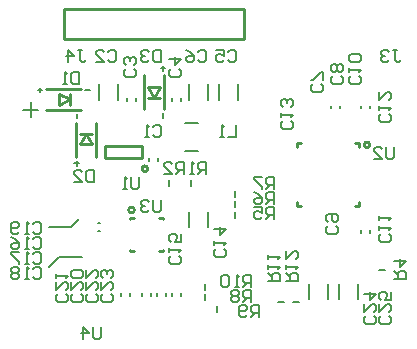
<source format=gbo>
G04 Layer_Color=32896*
%FSLAX25Y25*%
%MOIN*%
G70*
G01*
G75*
%ADD16C,0.00500*%
%ADD17C,0.01000*%
%ADD47C,0.00787*%
%ADD48C,0.00800*%
%ADD78C,0.00984*%
D16*
X122126Y209862D02*
Y211437D01*
X121339Y210650D02*
X122913D01*
X137087D02*
X138661D01*
X162362Y217874D02*
X163937D01*
X163150Y217087D02*
Y218661D01*
Y201339D02*
Y202913D01*
X133563Y186221D02*
X135138D01*
X134350Y185433D02*
Y187008D01*
Y201181D02*
Y202756D01*
D17*
X156102Y188031D02*
Y191969D01*
X143898Y188031D02*
Y191969D01*
Y188031D02*
X156102D01*
X143898Y191969D02*
X156102D01*
X128425Y209469D02*
X131968Y207500D01*
X128425Y205532D02*
X131968Y207500D01*
X128425Y205532D02*
Y209469D01*
X124291Y210846D02*
X135709D01*
X124291Y204153D02*
X135709D01*
X131968Y205532D02*
Y209469D01*
X227189Y172067D02*
X228559D01*
Y173437D01*
X207693Y172067D02*
X209063D01*
X207693D02*
Y173437D01*
Y191563D02*
Y192933D01*
X209063D01*
X227189D02*
X228559D01*
Y191563D02*
Y192933D01*
X151988Y168091D02*
X153358D01*
X151988Y167705D02*
Y168091D01*
Y157067D02*
Y157453D01*
Y157067D02*
X153358D01*
X161642D02*
X163012D01*
Y157453D01*
X161642Y168091D02*
X163012D01*
Y167705D02*
Y168091D01*
X130000Y237500D02*
X190000D01*
Y227500D02*
Y237500D01*
X130000Y227500D02*
X190000D01*
X130000D02*
Y237500D01*
X160000Y208032D02*
X161969Y211575D01*
X158031D02*
X160000Y208032D01*
X158031Y211575D02*
X161969D01*
X163347Y204291D02*
Y215709D01*
X156653Y204291D02*
Y215709D01*
X158031Y208032D02*
X161969D01*
X135531Y192520D02*
X137500Y196063D01*
X139469Y192520D01*
X135531D02*
X139469D01*
X134153Y188386D02*
Y199803D01*
X140847Y188386D02*
Y199803D01*
X135531Y196063D02*
X139469D01*
D47*
X177000Y140500D02*
Y142500D01*
X170335Y190197D02*
X174665D01*
X170335Y199803D02*
X174665D01*
X218051Y140941D02*
Y146059D01*
X211949Y140941D02*
Y146059D01*
X158976Y142106D02*
Y142894D01*
X156024Y142106D02*
Y142894D01*
X235000Y150500D02*
X237000D01*
X165000Y178500D02*
Y180500D01*
X172500Y178500D02*
Y180500D01*
X187000Y175000D02*
Y177000D01*
Y171500D02*
Y173500D01*
Y168000D02*
Y170000D01*
X206500Y140000D02*
X208500D01*
X201500D02*
X203500D01*
X177000Y144000D02*
Y146000D01*
X181130Y136500D02*
Y138500D01*
X178051Y207441D02*
Y212559D01*
X171949Y207441D02*
Y212559D01*
X188051Y207441D02*
Y212559D01*
X181949Y207441D02*
Y212559D01*
X166024Y207106D02*
Y207894D01*
X168976Y207106D02*
Y207894D01*
X151024Y207106D02*
Y207894D01*
X153976Y207106D02*
Y207894D01*
X148051Y207441D02*
Y212559D01*
X141949Y207441D02*
Y212559D01*
X158524Y187106D02*
Y187894D01*
X161476Y187106D02*
Y187894D01*
X141457Y163524D02*
X142244D01*
X141457Y166476D02*
X142244D01*
X171949Y164941D02*
Y170059D01*
X178051Y164941D02*
Y170059D01*
X229150Y204606D02*
Y205394D01*
X232102Y204606D02*
Y205394D01*
X231976Y163106D02*
Y163894D01*
X229024Y163106D02*
Y163894D01*
X219150Y204606D02*
Y205394D01*
X222102Y204606D02*
Y205394D01*
X228051Y140941D02*
Y146059D01*
X221949Y140941D02*
Y146059D01*
X166024Y142106D02*
Y142894D01*
X168976Y142106D02*
Y142894D01*
X161024Y142106D02*
Y142894D01*
X163976Y142106D02*
Y142894D01*
X151976Y142106D02*
Y142894D01*
X149024Y142106D02*
Y142894D01*
D48*
X128500Y155000D02*
X136000D01*
X125000Y151500D02*
X128500Y155000D01*
X132500Y165000D02*
X135000Y167500D01*
X125000Y165000D02*
X132500D01*
X119000Y201500D02*
Y206500D01*
X116500Y204000D02*
X121500D01*
X239834Y223999D02*
X241167D01*
X240501D01*
Y220666D01*
X241167Y220000D01*
X241834D01*
X242500Y220666D01*
X238501Y223332D02*
X237835Y223999D01*
X236502D01*
X235836Y223332D01*
Y222666D01*
X236502Y221999D01*
X237168D01*
X236502D01*
X235836Y221333D01*
Y220666D01*
X236502Y220000D01*
X237835D01*
X238501Y220666D01*
X155000Y181499D02*
Y178166D01*
X154333Y177500D01*
X153001D01*
X152334Y178166D01*
Y181499D01*
X151001Y177500D02*
X149668D01*
X150335D01*
Y181499D01*
X151001Y180832D01*
X135000Y216499D02*
Y212500D01*
X133001D01*
X132334Y213166D01*
Y215832D01*
X133001Y216499D01*
X135000D01*
X131001Y212500D02*
X129668D01*
X130335D01*
Y216499D01*
X131001Y215832D01*
X192500Y140000D02*
Y143999D01*
X190501D01*
X189834Y143332D01*
Y141999D01*
X190501Y141333D01*
X192500D01*
X191167D02*
X189834Y140000D01*
X188501Y143332D02*
X187835Y143999D01*
X186502D01*
X185836Y143332D01*
Y142666D01*
X186502Y141999D01*
X185836Y141333D01*
Y140666D01*
X186502Y140000D01*
X187835D01*
X188501Y140666D01*
Y141333D01*
X187835Y141999D01*
X188501Y142666D01*
Y143332D01*
X187835Y141999D02*
X186502D01*
X240000Y191499D02*
Y188166D01*
X239334Y187500D01*
X238001D01*
X237334Y188166D01*
Y191499D01*
X233335Y187500D02*
X236001D01*
X233335Y190166D01*
Y190832D01*
X234002Y191499D01*
X235335D01*
X236001Y190832D01*
X162500Y173999D02*
Y170667D01*
X161834Y170000D01*
X160501D01*
X159834Y170667D01*
Y173999D01*
X158501Y173332D02*
X157835Y173999D01*
X156502D01*
X155835Y173332D01*
Y172666D01*
X156502Y171999D01*
X157168D01*
X156502D01*
X155835Y171333D01*
Y170667D01*
X156502Y170000D01*
X157835D01*
X158501Y170667D01*
X187500Y198999D02*
Y195000D01*
X184834D01*
X183501D02*
X182168D01*
X182835D01*
Y198999D01*
X183501Y198332D01*
X142500Y131499D02*
Y128166D01*
X141833Y127500D01*
X140501D01*
X139834Y128166D01*
Y131499D01*
X136502Y127500D02*
Y131499D01*
X138501Y129499D01*
X135836D01*
X134834Y223999D02*
X136167D01*
X135501D01*
Y220666D01*
X136167Y220000D01*
X136834D01*
X137500Y220666D01*
X131502Y220000D02*
Y223999D01*
X133501Y221999D01*
X130835D01*
X233332Y135166D02*
X233999Y134499D01*
Y133167D01*
X233332Y132500D01*
X230666D01*
X230000Y133167D01*
Y134499D01*
X230666Y135166D01*
X230000Y139164D02*
Y136499D01*
X232666Y139164D01*
X233332D01*
X233999Y138498D01*
Y137165D01*
X233332Y136499D01*
X230000Y142497D02*
X233999D01*
X231999Y140497D01*
Y143163D01*
X135832Y142666D02*
X136499Y141999D01*
Y140666D01*
X135832Y140000D01*
X133167D01*
X132500Y140666D01*
Y141999D01*
X133167Y142666D01*
X132500Y146665D02*
Y143999D01*
X135166Y146665D01*
X135832D01*
X136499Y145998D01*
Y144665D01*
X135832Y143999D01*
Y147997D02*
X136499Y148664D01*
Y149997D01*
X135832Y150663D01*
X133167D01*
X132500Y149997D01*
Y148664D01*
X133167Y147997D01*
X135832D01*
X215832Y212666D02*
X216499Y211999D01*
Y210666D01*
X215832Y210000D01*
X213166D01*
X212500Y210666D01*
Y211999D01*
X213166Y212666D01*
X216499Y213999D02*
Y216665D01*
X215832D01*
X213166Y213999D01*
X212500D01*
X240000Y147500D02*
X243999D01*
Y149499D01*
X243332Y150166D01*
X241999D01*
X241333Y149499D01*
Y147500D01*
Y148833D02*
X240000Y150166D01*
Y153498D02*
X243999D01*
X241999Y151499D01*
Y154165D01*
X170000Y182500D02*
Y186499D01*
X168001D01*
X167334Y185832D01*
Y184499D01*
X168001Y183833D01*
X170000D01*
X168667D02*
X167334Y182500D01*
X163336D02*
X166001D01*
X163336Y185166D01*
Y185832D01*
X164002Y186499D01*
X165335D01*
X166001Y185832D01*
X177500Y182500D02*
Y186499D01*
X175501D01*
X174834Y185832D01*
Y184499D01*
X175501Y183833D01*
X177500D01*
X176167D02*
X174834Y182500D01*
X173501D02*
X172168D01*
X172835D01*
Y186499D01*
X173501Y185832D01*
X200000Y177500D02*
Y181499D01*
X198001D01*
X197334Y180832D01*
Y179499D01*
X198001Y178833D01*
X200000D01*
X198667D02*
X197334Y177500D01*
X196001Y181499D02*
X193335D01*
Y180832D01*
X196001Y178166D01*
Y177500D01*
X200000Y172500D02*
Y176499D01*
X198001D01*
X197334Y175832D01*
Y174499D01*
X198001Y173833D01*
X200000D01*
X198667D02*
X197334Y172500D01*
X193335Y176499D02*
X194668Y175832D01*
X196001Y174499D01*
Y173167D01*
X195335Y172500D01*
X194002D01*
X193335Y173167D01*
Y173833D01*
X194002Y174499D01*
X196001D01*
X200000Y167500D02*
Y171499D01*
X198001D01*
X197334Y170832D01*
Y169499D01*
X198001Y168833D01*
X200000D01*
X198667D02*
X197334Y167500D01*
X193335Y171499D02*
X196001D01*
Y169499D01*
X194668Y170166D01*
X194002D01*
X193335Y169499D01*
Y168166D01*
X194002Y167500D01*
X195335D01*
X196001Y168166D01*
X204000Y147000D02*
X207999D01*
Y148999D01*
X207332Y149666D01*
X205999D01*
X205333Y148999D01*
Y147000D01*
Y148333D02*
X204000Y149666D01*
Y150999D02*
Y152332D01*
Y151665D01*
X207999D01*
X207332Y150999D01*
X204000Y156997D02*
Y154331D01*
X206666Y156997D01*
X207332D01*
X207999Y156330D01*
Y154997D01*
X207332Y154331D01*
X198000Y147000D02*
X201999D01*
Y148999D01*
X201332Y149666D01*
X199999D01*
X199333Y148999D01*
Y147000D01*
Y148333D02*
X198000Y149666D01*
Y150999D02*
Y152332D01*
Y151665D01*
X201999D01*
X201332Y150999D01*
X198000Y154331D02*
Y155664D01*
Y154997D01*
X201999D01*
X201332Y154331D01*
X192500Y145000D02*
Y148999D01*
X190501D01*
X189834Y148332D01*
Y146999D01*
X190501Y146333D01*
X192500D01*
X191167D02*
X189834Y145000D01*
X188501D02*
X187168D01*
X187835D01*
Y148999D01*
X188501Y148332D01*
X185169D02*
X184503Y148999D01*
X183170D01*
X182503Y148332D01*
Y145667D01*
X183170Y145000D01*
X184503D01*
X185169Y145667D01*
Y148332D01*
X195000Y135000D02*
Y138999D01*
X193001D01*
X192334Y138332D01*
Y136999D01*
X193001Y136333D01*
X195000D01*
X193667D02*
X192334Y135000D01*
X191001Y135667D02*
X190335Y135000D01*
X189002D01*
X188336Y135667D01*
Y138332D01*
X189002Y138999D01*
X190335D01*
X191001Y138332D01*
Y137666D01*
X190335Y136999D01*
X188336D01*
X162500Y223999D02*
Y220000D01*
X160501D01*
X159834Y220666D01*
Y223332D01*
X160501Y223999D01*
X162500D01*
X158501Y223332D02*
X157835Y223999D01*
X156502D01*
X155835Y223332D01*
Y222666D01*
X156502Y221999D01*
X157168D01*
X156502D01*
X155835Y221333D01*
Y220666D01*
X156502Y220000D01*
X157835D01*
X158501Y220666D01*
X140000Y183999D02*
Y180000D01*
X138001D01*
X137334Y180666D01*
Y183332D01*
X138001Y183999D01*
X140000D01*
X133335Y180000D02*
X136001D01*
X133335Y182666D01*
Y183332D01*
X134002Y183999D01*
X135335D01*
X136001Y183332D01*
X205832Y200166D02*
X206499Y199499D01*
Y198167D01*
X205832Y197500D01*
X203167D01*
X202500Y198167D01*
Y199499D01*
X203167Y200166D01*
X202500Y201499D02*
Y202832D01*
Y202165D01*
X206499D01*
X205832Y201499D01*
Y204831D02*
X206499Y205497D01*
Y206830D01*
X205832Y207497D01*
X205166D01*
X204499Y206830D01*
Y206164D01*
Y206830D01*
X203833Y207497D01*
X203167D01*
X202500Y206830D01*
Y205497D01*
X203167Y204831D01*
X174834Y223332D02*
X175501Y223999D01*
X176833D01*
X177500Y223332D01*
Y220666D01*
X176833Y220000D01*
X175501D01*
X174834Y220666D01*
X170835Y223999D02*
X172168Y223332D01*
X173501Y221999D01*
Y220666D01*
X172835Y220000D01*
X171502D01*
X170835Y220666D01*
Y221333D01*
X171502Y221999D01*
X173501D01*
X184834Y223332D02*
X185501Y223999D01*
X186834D01*
X187500Y223332D01*
Y220666D01*
X186834Y220000D01*
X185501D01*
X184834Y220666D01*
X180835Y223999D02*
X183501D01*
Y221999D01*
X182168Y222666D01*
X181502D01*
X180835Y221999D01*
Y220666D01*
X181502Y220000D01*
X182835D01*
X183501Y220666D01*
X168332Y217666D02*
X168999Y216999D01*
Y215666D01*
X168332Y215000D01*
X165666D01*
X165000Y215666D01*
Y216999D01*
X165666Y217666D01*
X165000Y220998D02*
X168999D01*
X166999Y218999D01*
Y221665D01*
X153332Y217666D02*
X153999Y216999D01*
Y215666D01*
X153332Y215000D01*
X150666D01*
X150000Y215666D01*
Y216999D01*
X150666Y217666D01*
X153332Y218999D02*
X153999Y219665D01*
Y220998D01*
X153332Y221665D01*
X152666D01*
X151999Y220998D01*
Y220332D01*
Y220998D01*
X151333Y221665D01*
X150666D01*
X150000Y220998D01*
Y219665D01*
X150666Y218999D01*
X144834Y223332D02*
X145501Y223999D01*
X146834D01*
X147500Y223332D01*
Y220666D01*
X146834Y220000D01*
X145501D01*
X144834Y220666D01*
X140835Y220000D02*
X143501D01*
X140835Y222666D01*
Y223332D01*
X141502Y223999D01*
X142835D01*
X143501Y223332D01*
X159834Y198332D02*
X160501Y198999D01*
X161834D01*
X162500Y198332D01*
Y195667D01*
X161834Y195000D01*
X160501D01*
X159834Y195667D01*
X158501Y195000D02*
X157168D01*
X157835D01*
Y198999D01*
X158501Y198332D01*
X119834Y165832D02*
X120501Y166499D01*
X121834D01*
X122500Y165832D01*
Y163166D01*
X121834Y162500D01*
X120501D01*
X119834Y163166D01*
X118501Y162500D02*
X117168D01*
X117835D01*
Y166499D01*
X118501Y165832D01*
X115169Y163166D02*
X114503Y162500D01*
X113170D01*
X112503Y163166D01*
Y165832D01*
X113170Y166499D01*
X114503D01*
X115169Y165832D01*
Y165166D01*
X114503Y164499D01*
X112503D01*
X119834Y150832D02*
X120501Y151499D01*
X121834D01*
X122500Y150832D01*
Y148167D01*
X121834Y147500D01*
X120501D01*
X119834Y148167D01*
X118501Y147500D02*
X117168D01*
X117835D01*
Y151499D01*
X118501Y150832D01*
X115169D02*
X114503Y151499D01*
X113170D01*
X112503Y150832D01*
Y150166D01*
X113170Y149499D01*
X112503Y148833D01*
Y148167D01*
X113170Y147500D01*
X114503D01*
X115169Y148167D01*
Y148833D01*
X114503Y149499D01*
X115169Y150166D01*
Y150832D01*
X114503Y149499D02*
X113170D01*
X119834Y155832D02*
X120501Y156499D01*
X121834D01*
X122500Y155832D01*
Y153166D01*
X121834Y152500D01*
X120501D01*
X119834Y153166D01*
X118501Y152500D02*
X117168D01*
X117835D01*
Y156499D01*
X118501Y155832D01*
X115169Y156499D02*
X112503D01*
Y155832D01*
X115169Y153166D01*
Y152500D01*
X119834Y160832D02*
X120501Y161499D01*
X121834D01*
X122500Y160832D01*
Y158167D01*
X121834Y157500D01*
X120501D01*
X119834Y158167D01*
X118501Y157500D02*
X117168D01*
X117835D01*
Y161499D01*
X118501Y160832D01*
X112503Y161499D02*
X113836Y160832D01*
X115169Y159499D01*
Y158167D01*
X114503Y157500D01*
X113170D01*
X112503Y158167D01*
Y158833D01*
X113170Y159499D01*
X115169D01*
X168332Y155166D02*
X168999Y154499D01*
Y153166D01*
X168332Y152500D01*
X165666D01*
X165000Y153166D01*
Y154499D01*
X165666Y155166D01*
X165000Y156499D02*
Y157832D01*
Y157165D01*
X168999D01*
X168332Y156499D01*
X168999Y162497D02*
Y159831D01*
X166999D01*
X167666Y161164D01*
Y161830D01*
X166999Y162497D01*
X165666D01*
X165000Y161830D01*
Y160497D01*
X165666Y159831D01*
X183332Y157666D02*
X183999Y156999D01*
Y155666D01*
X183332Y155000D01*
X180666D01*
X180000Y155666D01*
Y156999D01*
X180666Y157666D01*
X180000Y158999D02*
Y160332D01*
Y159665D01*
X183999D01*
X183332Y158999D01*
X180000Y164330D02*
X183999D01*
X181999Y162331D01*
Y164997D01*
X238332Y202666D02*
X238999Y201999D01*
Y200666D01*
X238332Y200000D01*
X235666D01*
X235000Y200666D01*
Y201999D01*
X235666Y202666D01*
X235000Y203999D02*
Y205332D01*
Y204665D01*
X238999D01*
X238332Y203999D01*
X235000Y209997D02*
Y207331D01*
X237666Y209997D01*
X238332D01*
X238999Y209330D01*
Y207997D01*
X238332Y207331D01*
Y162666D02*
X238999Y161999D01*
Y160667D01*
X238332Y160000D01*
X235666D01*
X235000Y160667D01*
Y161999D01*
X235666Y162666D01*
X235000Y163999D02*
Y165332D01*
Y164665D01*
X238999D01*
X238332Y163999D01*
X235000Y167331D02*
Y168664D01*
Y167997D01*
X238999D01*
X238332Y167331D01*
X228332Y215166D02*
X228999Y214499D01*
Y213166D01*
X228332Y212500D01*
X225666D01*
X225000Y213166D01*
Y214499D01*
X225666Y215166D01*
X225000Y216499D02*
Y217832D01*
Y217165D01*
X228999D01*
X228332Y216499D01*
Y219831D02*
X228999Y220497D01*
Y221830D01*
X228332Y222497D01*
X225666D01*
X225000Y221830D01*
Y220497D01*
X225666Y219831D01*
X228332D01*
X220832Y165166D02*
X221499Y164499D01*
Y163166D01*
X220832Y162500D01*
X218166D01*
X217500Y163166D01*
Y164499D01*
X218166Y165166D01*
Y166499D02*
X217500Y167165D01*
Y168498D01*
X218166Y169165D01*
X220832D01*
X221499Y168498D01*
Y167165D01*
X220832Y166499D01*
X220166D01*
X219499Y167165D01*
Y169165D01*
X222332Y215166D02*
X222999Y214499D01*
Y213166D01*
X222332Y212500D01*
X219666D01*
X219000Y213166D01*
Y214499D01*
X219666Y215166D01*
X222332Y216499D02*
X222999Y217165D01*
Y218498D01*
X222332Y219164D01*
X221666D01*
X220999Y218498D01*
X220333Y219164D01*
X219666D01*
X219000Y218498D01*
Y217165D01*
X219666Y216499D01*
X220333D01*
X220999Y217165D01*
X221666Y216499D01*
X222332D01*
X220999Y217165D02*
Y218498D01*
X238332Y135166D02*
X238999Y134499D01*
Y133167D01*
X238332Y132500D01*
X235666D01*
X235000Y133167D01*
Y134499D01*
X235666Y135166D01*
X235000Y139164D02*
Y136499D01*
X237666Y139164D01*
X238332D01*
X238999Y138498D01*
Y137165D01*
X238332Y136499D01*
X238999Y143163D02*
Y140497D01*
X236999D01*
X237666Y141830D01*
Y142497D01*
X236999Y143163D01*
X235666D01*
X235000Y142497D01*
Y141164D01*
X235666Y140497D01*
X145832Y142666D02*
X146499Y141999D01*
Y140666D01*
X145832Y140000D01*
X143166D01*
X142500Y140666D01*
Y141999D01*
X143166Y142666D01*
X142500Y146665D02*
Y143999D01*
X145166Y146665D01*
X145832D01*
X146499Y145998D01*
Y144665D01*
X145832Y143999D01*
Y147997D02*
X146499Y148664D01*
Y149997D01*
X145832Y150663D01*
X145166D01*
X144499Y149997D01*
Y149330D01*
Y149997D01*
X143833Y150663D01*
X143166D01*
X142500Y149997D01*
Y148664D01*
X143166Y147997D01*
X140832Y142666D02*
X141499Y141999D01*
Y140666D01*
X140832Y140000D01*
X138166D01*
X137500Y140666D01*
Y141999D01*
X138166Y142666D01*
X137500Y146665D02*
Y143999D01*
X140166Y146665D01*
X140832D01*
X141499Y145998D01*
Y144665D01*
X140832Y143999D01*
X137500Y150663D02*
Y147997D01*
X140166Y150663D01*
X140832D01*
X141499Y149997D01*
Y148664D01*
X140832Y147997D01*
X130832Y142666D02*
X131499Y141999D01*
Y140666D01*
X130832Y140000D01*
X128166D01*
X127500Y140666D01*
Y141999D01*
X128166Y142666D01*
X127500Y146665D02*
Y143999D01*
X130166Y146665D01*
X130832D01*
X131499Y145998D01*
Y144665D01*
X130832Y143999D01*
X127500Y147997D02*
Y149330D01*
Y148664D01*
X131499D01*
X130832Y147997D01*
D78*
X158071Y184390D02*
G03*
X158071Y184390I-984J0D01*
G01*
X232102Y192342D02*
G03*
X232102Y192342I-984J0D01*
G01*
X153563Y170650D02*
G03*
X153563Y170650I-984J0D01*
G01*
M02*

</source>
